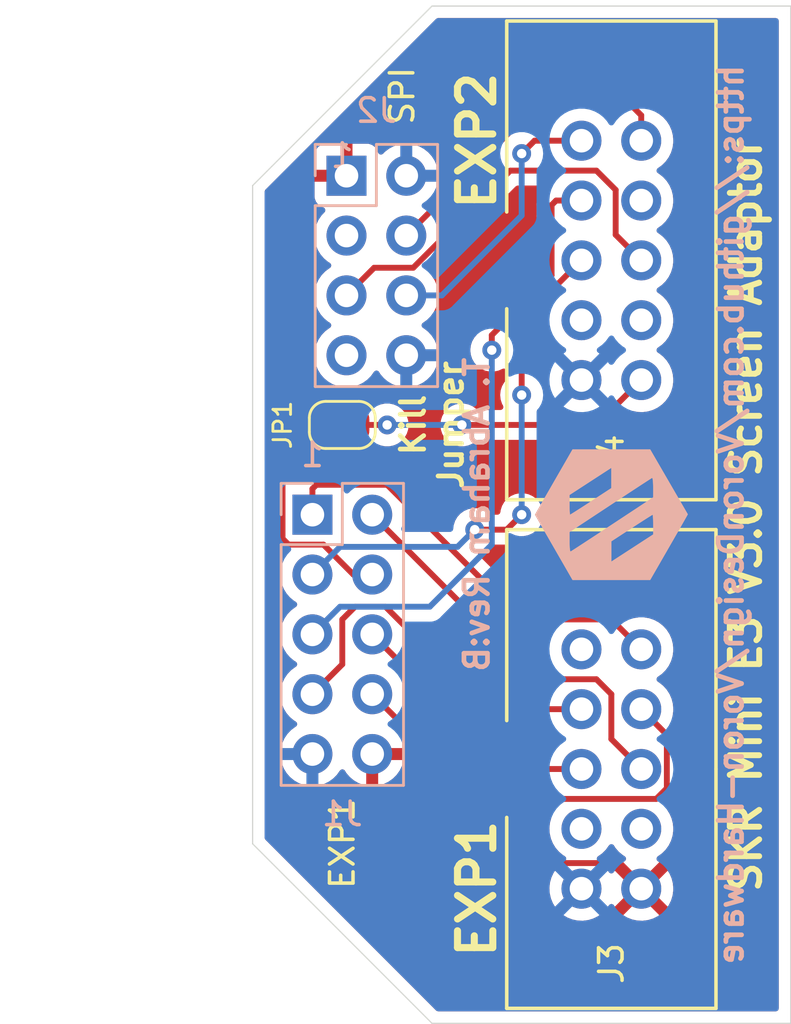
<source format=kicad_pcb>
(kicad_pcb (version 20211014) (generator pcbnew)
  (layers (0 "F.Cu" signal) (31 "B.Cu" signal) (34 "B.Paste" user) (35 "F.Paste" user) (36 "B.SilkS" user "B.Silkscreen") (37 "F.SilkS" user "F.Silkscreen") (38 "B.Mask" user) (39 "F.Mask" user) (44 "Edge.Cuts" user))
  (net 0 "")
  (net 1 "/+5V")
  (net 2 "/GND")
  (net 3 "/PB15")
  (net 4 "/PB8")
  (net 5 "/PB9")
  (net 6 "/PA10")
  (net 7 "/RST")
  (net 8 "/PA9")
  (net 9 "/PA15")
  (net 10 "/PB5")
  (net 11 "/MOSI")
  (net 12 "/SCK")
  (net 13 "/MISO")
  (net 14 "/Kill")
  (net 15 "/CS")
  (net 16 "/3V3")
  (net 19 "/Beep")
  (footprint "Library:Shrouded_2x5_pin_header" (layer "F.Cu") (at 138.43 117.475 -90)
    (fp_text reference "J3" (at 8.255 0 90) (layer "F.SilkS"))
    (fp_text value "Screen_EXP1")
    (fp_line (start 10.16 -4.445) (end 10.16 4.445) (layer "F.SilkS") (width 0.15))
    (fp_line (start -2.055 4.445) (end -10.16 4.445) (layer "F.SilkS") (width 0.15))
    (fp_line (start 0 -4.445) (end -10.16 -4.445) (layer "F.SilkS") (width 0.15))
    (fp_line (start 10.16 4.445) (end 2.055 4.445) (layer "F.SilkS") (width 0.15))
    (fp_line (start 0 -4.445) (end 10.16 -4.445) (layer "F.SilkS") (width 0.15))
    (fp_line (start -10.16 4.445) (end -10.16 -4.445) (layer "F.SilkS") (width 0.15))
    (pad "1" thru_hole circle (at -5.08 1.27 270) (size 1.7 1.7) (drill 1) (layers *.Cu *.Mask) (net 19 "/Beep"))
    (pad "2" thru_hole circle (at -5.08 -1.27 270) (size 1.7 1.7) (drill 1) (layers *.Cu *.Mask) (net 10 "/PB5"))
    (pad "3" thru_hole circle (at -2.54 1.27 270) (size 1.7 1.7) (drill 1) (layers *.Cu *.Mask) (net 4 "/PB8"))
    (pad "4" thru_hole circle (at -2.54 -1.27 270) (size 1.7 1.7) (drill 1) (layers *.Cu *.Mask) (net 3 "/PB15"))
    (pad "5" thru_hole circle (at 0 1.27 270) (size 1.7 1.7) (drill 1) (layers *.Cu *.Mask) (net 5 "/PB9"))
    (pad "6" thru_hole circle (at 0 -1.27 270) (size 1.7 1.7) (drill 1) (layers *.Cu *.Mask) (net 9 "/PA15"))
    (pad "7" thru_hole circle (at 2.54 1.27 270) (size 1.7 1.7) (drill 1) (layers *.Cu *.Mask))
    (pad "8" thru_hole circle (at 2.54 -1.27 270) (size 1.7 1.7) (drill 1) (layers *.Cu *.Mask))
    (pad "9" thru_hole circle (at 5.08 1.27 270) (size 1.7 1.7) (drill 1) (layers *.Cu *.Mask) (net 2 "/GND"))
    (pad "10" thru_hole circle (at 5.08 -1.27 270) (size 1.7 1.7) (drill 1) (layers *.Cu *.Mask) (net 1 "/+5V"))
  )
  (footprint "Library:Shrouded_2x5_pin_header" (layer "F.Cu") (at 138.43 95.885 -90)
    (fp_text reference "J4" (at 8.255 0 90) (layer "F.SilkS"))
    (fp_text value "Screen_EXP2")
    (fp_line (start 0 -4.445) (end -10.16 -4.445) (layer "F.SilkS") (width 0.15))
    (fp_line (start 0 -4.445) (end 10.16 -4.445) (layer "F.SilkS") (width 0.15))
    (fp_line (start -2.055 4.445) (end -10.16 4.445) (layer "F.SilkS") (width 0.15))
    (fp_line (start 10.16 4.445) (end 2.055 4.445) (layer "F.SilkS") (width 0.15))
    (fp_line (start 10.16 -4.445) (end 10.16 4.445) (layer "F.SilkS") (width 0.15))
    (fp_line (start -10.16 4.445) (end -10.16 -4.445) (layer "F.SilkS") (width 0.15))
    (pad "1" thru_hole circle (at -5.08 1.27 270) (size 1.7 1.7) (drill 1) (layers *.Cu *.Mask) (net 13 "/MISO"))
    (pad "2" thru_hole circle (at -5.08 -1.27 270) (size 1.7 1.7) (drill 1) (layers *.Cu *.Mask) (net 12 "/SCK"))
    (pad "3" thru_hole circle (at -2.54 1.27 270) (size 1.7 1.7) (drill 1) (layers *.Cu *.Mask) (net 6 "/PA10"))
    (pad "4" thru_hole circle (at -2.54 -1.27 270) (size 1.7 1.7) (drill 1) (layers *.Cu *.Mask))
    (pad "5" thru_hole circle (at 0 1.27 270) (size 1.7 1.7) (drill 1) (layers *.Cu *.Mask) (net 8 "/PA9"))
    (pad "6" thru_hole circle (at 0 -1.27 270) (size 1.7 1.7) (drill 1) (layers *.Cu *.Mask) (net 11 "/MOSI"))
    (pad "7" thru_hole circle (at 2.54 1.27 270) (size 1.7 1.7) (drill 1) (layers *.Cu *.Mask))
    (pad "8" thru_hole circle (at 2.54 -1.27 270) (size 1.7 1.7) (drill 1) (layers *.Cu *.Mask))
    (pad "9" thru_hole circle (at 5.08 1.27 270) (size 1.7 1.7) (drill 1) (layers *.Cu *.Mask) (net 2 "/GND"))
    (pad "10" thru_hole circle (at 5.08 -1.27 270) (size 1.7 1.7) (drill 1) (layers *.Cu *.Mask) (net 14 "/Kill"))
  )
  (footprint "Jumper:SolderJumper-2_P1.3mm_Bridged_RoundedPad1.0x1.5mm" (layer "F.Cu") (at 127 102.87)
    (fp_text reference "JP1" (at -2.54 0 90) (layer "F.SilkS") (effects (font (size 0.75 0.75) (thickness 0.12))))
    (fp_text value "Jumper_NC_Small")
    (fp_poly (pts (xy 0.25 -0.3) (xy -0.25 -0.3) (xy -0.25 0.3) (xy 0.25 0.3)) (layer "F.Cu") (width 0) (fill solid))
    (fp_line (start -0.7 -1) (end 0.7 -1) (layer "F.SilkS") (width 0.12))
    (fp_line (start -1.4 0.3) (end -1.4 -0.3) (layer "F.SilkS") (width 0.12))
    (fp_line (start 0.7 1) (end -0.7 1) (layer "F.SilkS") (width 0.12))
    (fp_line (start 1.4 -0.3) (end 1.4 0.3) (layer "F.SilkS") (width 0.12))
    (fp_arc (start -0.7 1) (mid -1.194975 0.794975) (end -1.4 0.3) (layer "F.SilkS") (width 0.12))
    (fp_arc (start 0.7 -1) (mid 1.194975 -0.794975) (end 1.4 -0.3) (layer "F.SilkS") (width 0.12))
    (fp_arc (start 1.4 0.3) (mid 1.194975 0.794975) (end 0.7 1) (layer "F.SilkS") (width 0.12))
    (fp_arc (start -1.4 -0.3) (mid -1.194975 -0.794975) (end -0.7 -1) (layer "F.SilkS") (width 0.12))
    (pad "1" smd custom locked (at -0.65 0) (size 1 0.5) (layers "F.Cu" "F.Mask") (net 7 "/RST") (options (clearance outline) (anchor rect)) (primitives (gr_circle (center 0 0.25) (end 0.5 0.25) (width 0) (fill yes)) (gr_circle (center 0 -0.25) (end 0.5 -0.25) (width 0) (fill yes)) (gr_poly (pts (xy 0.5 0.75) (xy 0 0.75) (xy 0 -0.75) (xy 0.5 -0.75)) (width 0) (fill yes))))
    (pad "2" smd custom locked (at 0.65 0) (size 1 0.5) (layers "F.Cu" "F.Mask") (net 14 "/Kill") (options (clearance outline) (anchor rect)) (primitives (gr_circle (center 0 0.25) (end 0.5 0.25) (width 0) (fill yes)) (gr_circle (center 0 -0.25) (end 0.5 -0.25) (width 0) (fill yes)) (gr_poly (pts (xy 0 0.75) (xy -0.5 0.75) (xy -0.5 -0.75) (xy 0 -0.75)) (width 0) (fill yes))))
  )
  (footprint "Connector_PinSocket_2.54mm:PinSocket_2x05_P2.54mm_Vertical" (layer "B.Cu") (at 125.73 106.68 180)
    (fp_text reference "J1" (at -1.27 -12.7) (layer "B.SilkS") (effects (justify mirror)))
    (fp_text value "Board_EXP1")
    (fp_line (start -3.87 -11.49) (end 1.33 -11.49) (layer "B.SilkS") (width 0.12))
    (fp_line (start 0 1.33) (end 1.33 1.33) (layer "B.SilkS") (width 0.12))
    (fp_line (start -1.27 -1.27) (end 1.33 -1.27) (layer "B.SilkS") (width 0.12))
    (fp_line (start 1.33 1.33) (end 1.33 0) (layer "B.SilkS") (width 0.12))
    (fp_line (start -1.27 1.33) (end -1.27 -1.27) (layer "B.SilkS") (width 0.12))
    (fp_line (start 1.33 -1.27) (end 1.33 -11.49) (layer "B.SilkS") (width 0.12))
    (fp_line (start -3.87 1.33) (end -3.87 -11.49) (layer "B.SilkS") (width 0.12))
    (fp_line (start -3.87 1.33) (end -1.27 1.33) (layer "B.SilkS") (width 0.12))
    (pad "1" thru_hole rect locked (at 0 0 180) (size 1.7 1.7) (drill 1) (layers *.Cu *.Mask) (net 10 "/PB5"))
    (pad "2" thru_hole oval locked (at -2.54 0 180) (size 1.7 1.7) (drill 1) (layers *.Cu *.Mask) (net 9 "/PA15"))
    (pad "3" thru_hole oval locked (at 0 -2.54 180) (size 1.7 1.7) (drill 1) (layers *.Cu *.Mask) (net 8 "/PA9"))
    (pad "4" thru_hole oval locked (at -2.54 -2.54 180) (size 1.7 1.7) (drill 1) (layers *.Cu *.Mask) (net 7 "/RST"))
    (pad "5" thru_hole oval locked (at 0 -5.08 180) (size 1.7 1.7) (drill 1) (layers *.Cu *.Mask) (net 6 "/PA10"))
    (pad "6" thru_hole oval locked (at -2.54 -5.08 180) (size 1.7 1.7) (drill 1) (layers *.Cu *.Mask) (net 5 "/PB9"))
    (pad "7" thru_hole oval locked (at 0 -7.62 180) (size 1.7 1.7) (drill 1) (layers *.Cu *.Mask) (net 4 "/PB8"))
    (pad "8" thru_hole oval locked (at -2.54 -7.62 180) (size 1.7 1.7) (drill 1) (layers *.Cu *.Mask) (net 3 "/PB15"))
    (pad "9" thru_hole oval locked (at 0 -10.16 180) (size 1.7 1.7) (drill 1) (layers *.Cu *.Mask) (net 2 "/GND"))
    (pad "10" thru_hole oval locked (at -2.54 -10.16 180) (size 1.7 1.7) (drill 1) (layers *.Cu *.Mask) (net 1 "/+5V"))
  )
  (footprint "Connector_PinSocket_2.54mm:PinSocket_2x04_P2.54mm_Vertical" (layer "B.Cu") (at 127.178 92.292 180)
    (fp_text reference "J2" (at -1.27 2.77) (layer "B.SilkS") (effects (justify mirror)))
    (fp_text value "Board_SPI")
    (fp_line (start -1.27 -1.27) (end 1.33 -1.27) (layer "B.SilkS") (width 0.12))
    (fp_line (start -1.27 1.33) (end -1.27 -1.27) (layer "B.SilkS") (width 0.12))
    (fp_line (start 0 1.33) (end 1.33 1.33) (layer "B.SilkS") (width 0.12))
    (fp_line (start 1.33 1.33) (end 1.33 0) (layer "B.SilkS") (width 0.12))
    (fp_line (start -3.87 1.33) (end -3.87 -8.95) (layer "B.SilkS") (width 0.12))
    (fp_line (start -3.87 -8.95) (end 1.33 -8.95) (layer "B.SilkS") (width 0.12))
    (fp_line (start -3.87 1.33) (end -1.27 1.33) (layer "B.SilkS") (width 0.12))
    (fp_line (start 1.33 -1.27) (end 1.33 -8.95) (layer "B.SilkS") (width 0.12))
    (pad "1" thru_hole rect locked (at 0 0 180) (size 1.7 1.7) (drill 1) (layers *.Cu *.Mask) (net 1 "/+5V"))
    (pad "2" thru_hole oval locked (at -2.54 0 180) (size 1.7 1.7) (drill 1) (layers *.Cu *.Mask) (net 2 "/GND"))
    (pad "3" thru_hole oval locked (at 0 -2.54 180) (size 1.7 1.7) (drill 1) (layers *.Cu *.Mask) (net 15 "/CS"))
    (pad "4" thru_hole oval locked (at -2.54 -2.54 180) (size 1.7 1.7) (drill 1) (layers *.Cu *.Mask) (net 12 "/SCK"))
    (pad "5" thru_hole oval locked (at 0 -5.08 180) (size 1.7 1.7) (drill 1) (layers *.Cu *.Mask) (net 11 "/MOSI"))
    (pad "6" thru_hole oval locked (at -2.54 -5.08 180) (size 1.7 1.7) (drill 1) (layers *.Cu *.Mask) (net 13 "/MISO"))
    (pad "7" thru_hole oval locked (at 0 -7.62 180) (size 1.7 1.7) (drill 1) (layers *.Cu *.Mask) (net 16 "/3V3"))
    (pad "8" thru_hole oval locked (at -2.54 -7.62 180) (size 1.7 1.7) (drill 1) (layers *.Cu *.Mask) (net 2 "/GND"))
  )
  (footprint "TRA_KiCad_Footprints:VoronLogo_6pt5mm_silkScreen" (layer "B.Cu") (at 138.43 106.68 -90)
    (fp_text reference "G***" hide)
    (fp_text value "LOGO" hide)
    (fp_poly (pts (xy 2.7686 1.64985) (xy 2.7686 -1.649849) (xy 1.379308 -2.450524) (xy 1.039339 -2.646185) (xy 0.729012 -2.824267) (xy 0.458882 -2.978754) (xy 0.239505 -3.10363) (xy 0.081439 -3.192877) (xy -0.004761 -3.240478) (xy -0.017692 -3.24677) (xy -0.061819 -3.221166) (xy -0.183209 -3.150713) (xy -0.371255 -3.041566) (xy -0.615351 -2.899881) (xy -0.904891 -2.731815) (xy -1.229269 -2.543525) (xy -1.397 -2.446162) (xy -2.622352 -1.734876) (xy -1.566334 -1.734876) (xy -1.527559 -1.754402) (xy -1.409521 -1.769187) (xy -1.234533 -1.776891) (xy -1.159934 -1.777479) (xy -0.7366 -1.776959) (xy -0.722179 -1.755076) (xy 0 -1.755076) (xy 0.04685 -1.765563) (xy 0.171616 -1.7735) (xy 0.350623 -1.777596) (xy 0.4191 -1.777886) (xy 0.8382 -1.777772) (xy 1.3208 -1.034043) (xy 1.485838 -0.779678) (xy 1.637963 -0.545166) (xy 1.765863 -0.347951) (xy 1.858223 -0.205476) (xy 1.897288 -0.145156) (xy 1.991177 0) (xy 1.129093 0) (xy 0.564546 -0.866076) (xy 0.394034 -1.128735) (xy 0.244186 -1.361619) (xy 0.123286 -1.551683) (xy 0.039618 -1.685882) (xy 0.001465 -1.751172) (xy 0 -1.755076) (xy -0.722179 -1.755076) (xy 0.4064 -0.042603) (xy 0.654036 0.333568) (xy 0.884037 0.683745) (xy 1.09042 0.998762) (xy 1.267202 1.269449) (xy 1.408399 1.486639) (xy 1.508029 1.641163) (xy 1.560108 1.723852) (xy 1.566333 1.734877) (xy 1.527558 1.754403) (xy 1.40952 1.769188) (xy 1.234532 1.776892) (xy 1.159933 1.77748) (xy 0.7366 1.77696) (xy -0.4064 0.042604) (xy -0.654037 -0.333567) (xy -0.884038 -0.683744) (xy -1.090421 -0.998761) (xy -1.267203 -1.269448) (xy -1.4084 -1.486638) (xy -1.50803 -1.641162) (xy -1.560109 -1.723851) (xy -1.566334 -1.734876) (xy -2.622352 -1.734876) (xy -2.7686 -1.649983) (xy -2.7686 0) (xy -1.991178 0) (xy -1.129094 0) (xy -0.564547 0.866077) (xy -0.394035 1.128736) (xy -0.244187 1.36162) (xy -0.123287 1.551684) (xy -0.039619 1.685883) (xy -0.001466 1.751173) (xy 0 1.755077) (xy -0.046851 1.765564) (xy -0.171617 1.773501) (xy -0.350624 1.777597) (xy -0.4191 1.777887) (xy -0.8382 1.777773) (xy -1.3208 1.034044) (xy -1.485839 0.779679) (xy -1.637964 0.545167) (xy -1.765864 0.347952) (xy -1.858224 0.205477) (xy -1.897289 0.145157) (xy -1.991178 0) (xy -2.7686 0) (xy -2.7686 1.64985) (xy 0 3.245448) (xy 2.7686 1.64985)) (layer "B.SilkS") (width 0.01) (fill solid))
  )
  (gr_line (start 146.05 85.09) (end 146.05 128.27) (layer "Edge.Cuts") (width 0.05))
  (gr_line (start 130.81 128.27) (end 123.19 120.65) (layer "Edge.Cuts") (width 0.05))
  (gr_line (start 123.19 92.71) (end 123.19 120.65) (layer "Edge.Cuts") (width 0.05))
  (gr_line (start 146.05 85.09) (end 130.81 85.09) (layer "Edge.Cuts") (width 0.05))
  (gr_line (start 146.05 128.27) (end 130.81 128.27) (layer "Edge.Cuts") (width 0.05))
  (gr_line (start 130.81 85.09) (end 123.19 92.71) (layer "Edge.Cuts") (width 0.05))
  (gr_text "1" (at 127 91.44) (layer "B.SilkS") (effects (font (size 1 1)) (justify mirror)))
  (gr_text "https://github.com/VoronDesign/Voron-Hardware" (at 143.51 106.68 90) (layer "B.SilkS") (effects (font (size 1 1) (thickness 0.2)) (justify mirror)))
  (gr_text "T. Abraham Rev:B" (at 132.715 106.68 90) (layer "B.SilkS") (effects (font (size 1 1) (thickness 0.2)) (justify mirror)))
  (gr_text "1" (at 125.73 104.14) (layer "B.SilkS") (effects (font (size 1 1)) (justify mirror)))
  (gr_text "EXP2" (at 132.715 90.805 90) (layer "F.SilkS") (effects (font (size 1.5 1.5) (thickness 0.3))))
  (gr_text "EXP1" (at 127 120.65 90) (layer "F.SilkS") (effects (font (size 1 1))))
  (gr_text "EXP1" (at 132.715 122.555 90) (layer "F.SilkS") (effects (font (size 1.5 1.5) (thickness 0.3))))
  (gr_text "SKR Mini E3 V3.0 Screen Adaptor" (at 144.145 106.68 90) (layer "F.SilkS") (effects (font (size 1.25 1.25) (thickness 0.25))))
  (gr_text "SPI" (at 129.54 88.9 90) (layer "F.SilkS") (effects (font (size 1 1))))
  (gr_text "Kill\nJumper" (at 130.81 102.87 90) (layer "F.SilkS") (effects (font (size 1 1) (thickness 0.2))))
  (segment (start 128.27 116.84) (end 128.27 118.042081) (width 0.25) (layer "F.Cu") (net 1))
  (segment (start 138.938001 121.793001) (end 139.7 122.555) (width 0.25) (layer "F.Cu") (net 1))
  (segment (start 131.695918 121.467999) (end 138.612999 121.467999) (width 0.25) (layer "F.Cu") (net 1))
  (segment (start 138.612999 121.467999) (end 138.938001 121.793001) (width 0.25) (layer "F.Cu") (net 1))
  (segment (start 128.27 118.042081) (end 131.695918 121.467999) (width 0.25) (layer "F.Cu") (net 1))
  (segment (start 140.787001 118.292999) (end 140.787001 116.022001) (width 0.25) (layer "F.Cu") (net 3))
  (segment (start 140.787001 116.022001) (end 140.461999 115.696999) (width 0.25) (layer "F.Cu") (net 3))
  (segment (start 132.715 118.745) (end 140.335 118.745) (width 0.25) (layer "F.Cu") (net 3))
  (segment (start 140.461999 115.696999) (end 139.7 114.935) (width 0.25) (layer "F.Cu") (net 3))
  (segment (start 128.27 114.3) (end 132.715 118.745) (width 0.25) (layer "F.Cu") (net 3))
  (segment (start 140.335 118.745) (end 140.787001 118.292999) (width 0.25) (layer "F.Cu") (net 3))
  (segment (start 127 113.03) (end 125.73 114.3) (width 0.25) (layer "F.Cu") (net 4))
  (segment (start 127 111.125) (end 127 113.03) (width 0.25) (layer "F.Cu") (net 4))
  (segment (start 127.540001 110.584999) (end 127 111.125) (width 0.25) (layer "F.Cu") (net 4))
  (segment (start 133.184002 114.935) (end 128.834001 110.584999) (width 0.25) (layer "F.Cu") (net 4))
  (segment (start 128.834001 110.584999) (end 127.540001 110.584999) (width 0.25) (layer "F.Cu") (net 4))
  (segment (start 137.16 114.935) (end 133.184002 114.935) (width 0.25) (layer "F.Cu") (net 4))
  (segment (start 133.985 117.475) (end 128.27 111.76) (width 0.25) (layer "F.Cu") (net 5))
  (segment (start 137.16 117.475) (end 133.985 117.475) (width 0.25) (layer "F.Cu") (net 5))
  (segment (start 136.08237 93.345) (end 137.16 93.345) (width 0.25) (layer "F.Cu") (net 6))
  (segment (start 135.89 96.51859) (end 135.89 93.53737) (width 0.25) (layer "F.Cu") (net 6))
  (segment (start 135.89 93.53737) (end 136.08237 93.345) (width 0.25) (layer "F.Cu") (net 6))
  (segment (start 133.35 99.695) (end 133.35 99.05859) (width 0.25) (layer "F.Cu") (net 6))
  (segment (start 133.35 99.05859) (end 135.89 96.51859) (width 0.25) (layer "F.Cu") (net 6))
  (via (at 133.35 99.695) (size 0.8) (drill 0.4) (layers "F.Cu" "B.Cu") (net 6))
  (segment (start 126.579999 110.910001) (end 125.73 111.76) (width 0.25) (layer "B.Cu") (net 6))
  (segment (start 133.35 107.95141) (end 130.716411 110.584999) (width 0.25) (layer "B.Cu") (net 6))
  (segment (start 130.716411 110.584999) (end 126.905001 110.584999) (width 0.25) (layer "B.Cu") (net 6))
  (segment (start 126.905001 110.584999) (end 126.579999 110.910001) (width 0.25) (layer "B.Cu") (net 6))
  (segment (start 133.35 99.695) (end 133.35 107.95141) (width 0.25) (layer "B.Cu") (net 6))
  (segment (start 124.46 104.76) (end 126.35 102.87) (width 0.25) (layer "F.Cu") (net 7))
  (segment (start 126.199002 107.95) (end 124.714998 107.95) (width 0.25) (layer "F.Cu") (net 7))
  (segment (start 128.27 109.22) (end 127.469002 109.22) (width 0.25) (layer "F.Cu") (net 7))
  (segment (start 124.46 107.695002) (end 124.46 104.76) (width 0.25) (layer "F.Cu") (net 7))
  (segment (start 124.714998 107.95) (end 124.46 107.695002) (width 0.25) (layer "F.Cu") (net 7))
  (segment (start 127.469002 109.22) (end 126.199002 107.95) (width 0.25) (layer "F.Cu") (net 7))
  (segment (start 134.62 106.68) (end 134.62 106.68) (width 0.25) (layer "F.Cu") (net 8))
  (segment (start 132.625 107.315) (end 133.985 107.315) (width 0.25) (layer "F.Cu") (net 8))
  (segment (start 133.985 107.315) (end 134.62 106.68) (width 0.25) (layer "F.Cu") (net 8))
  (segment (start 134.62 98.425) (end 137.16 95.885) (width 0.25) (layer "F.Cu") (net 8))
  (segment (start 134.62 101.6) (end 134.62 98.425) (width 0.25) (layer "F.Cu") (net 8))
  (via (at 132.625 107.315) (size 0.8) (drill 0.4) (layers "F.Cu" "B.Cu") (net 8))
  (via (at 134.62 106.68) (size 0.8) (drill 0.4) (layers "F.Cu" "B.Cu") (net 8))
  (via (at 134.62 101.6) (size 0.8) (drill 0.4) (layers "F.Cu" "B.Cu") (net 8))
  (segment (start 134.62 106.68) (end 134.62 101.6) (width 0.25) (layer "B.Cu") (net 8))
  (segment (start 131.895001 108.044999) (end 132.625 107.315) (width 0.25) (layer "B.Cu") (net 8))
  (segment (start 125.73 109.22) (end 126.905001 108.044999) (width 0.25) (layer "B.Cu") (net 8))
  (segment (start 126.905001 108.044999) (end 131.895001 108.044999) (width 0.25) (layer "B.Cu") (net 8))
  (segment (start 138.43 116.205) (end 138.43 114.3) (width 0.25) (layer "F.Cu") (net 9))
  (segment (start 139.7 117.475) (end 138.43 116.205) (width 0.25) (layer "F.Cu") (net 9))
  (segment (start 135.255 113.665) (end 128.27 106.68) (width 0.25) (layer "F.Cu") (net 9))
  (segment (start 137.795 113.665) (end 135.255 113.665) (width 0.25) (layer "F.Cu") (net 9))
  (segment (start 138.43 114.3) (end 137.795 113.665) (width 0.25) (layer "F.Cu") (net 9))
  (segment (start 125.9 105.41) (end 125.73 105.58) (width 0.25) (layer "F.Cu") (net 10))
  (segment (start 139.7 112.395) (end 138.43 111.125) (width 0.25) (layer "F.Cu") (net 10))
  (segment (start 128.905 105.41) (end 125.9 105.41) (width 0.25) (layer "F.Cu") (net 10))
  (segment (start 134.62 111.125) (end 128.905 105.41) (width 0.25) (layer "F.Cu") (net 10))
  (segment (start 138.43 111.125) (end 134.62 111.125) (width 0.25) (layer "F.Cu") (net 10))
  (segment (start 125.73 105.58) (end 125.73 106.68) (width 0.25) (layer "F.Cu") (net 10))
  (segment (start 128.352511 96.197489) (end 127.178 97.372) (width 0.25) (layer "F.Cu") (net 11))
  (segment (start 138.612999 92.892999) (end 138.612999 94.797999) (width 0.25) (layer "F.Cu") (net 11))
  (segment (start 138.612999 94.797999) (end 139.7 95.885) (width 0.25) (layer "F.Cu") (net 11))
  (segment (start 134.13601 92.075) (end 130.013521 96.197489) (width 0.25) (layer "F.Cu") (net 11))
  (segment (start 130.013521 96.197489) (end 128.352511 96.197489) (width 0.25) (layer "F.Cu") (net 11))
  (segment (start 137.795 92.075) (end 138.612999 92.892999) (width 0.25) (layer "F.Cu") (net 11))
  (segment (start 137.795 92.075) (end 134.13601 92.075) (width 0.25) (layer "F.Cu") (net 11))
  (segment (start 135.65 88.9) (end 129.718 94.832) (width 0.25) (layer "F.Cu") (net 12))
  (segment (start 129.718 94.682386) (end 129.718 94.832) (width 0.25) (layer "F.Cu") (net 12))
  (segment (start 138.87263 88.9) (end 135.65 88.9) (width 0.25) (layer "F.Cu") (net 12))
  (segment (start 139.7 89.72737) (end 138.87263 88.9) (width 0.25) (layer "F.Cu") (net 12))
  (segment (start 139.7 90.805) (end 139.7 89.72737) (width 0.25) (layer "F.Cu") (net 12))
  (segment (start 135.1655 90.805) (end 134.62 91.3505) (width 0.25) (layer "F.Cu") (net 13))
  (segment (start 137.16 90.805) (end 135.1655 90.805) (width 0.25) (layer "F.Cu") (net 13))
  (segment (start 129.673 97.028) (end 130.302 97.028) (width 0.25) (layer "F.Cu") (net 13))
  (via (at 134.62 91.3505) (size 0.8) (drill 0.4) (layers "F.Cu" "B.Cu") (net 13))
  (segment (start 134.62 93.98) (end 131.228 97.372) (width 0.25) (layer "B.Cu") (net 13))
  (segment (start 134.62 91.3505) (end 134.62 93.98) (width 0.25) (layer "B.Cu") (net 13))
  (segment (start 131.228 97.372) (end 129.718 97.372) (width 0.25) (layer "B.Cu") (net 13))
  (segment (start 132.08 102.87) (end 137.795 102.87) (width 0.25) (layer "F.Cu") (net 14))
  (segment (start 127.65 102.87) (end 128.905 102.87) (width 0.25) (layer "F.Cu") (net 14))
  (segment (start 137.795 102.87) (end 139.7 100.965) (width 0.25) (layer "F.Cu") (net 14))
  (via (at 132.08 102.87) (size 0.8) (drill 0.4) (layers "F.Cu" "B.Cu") (net 14))
  (via (at 128.905 102.87) (size 0.8) (drill 0.4) (layers "F.Cu" "B.Cu") (net 14))
  (segment (start 128.905 102.87) (end 132.08 102.87) (width 0.25) (layer "B.Cu") (net 14))
  (segment (start 127.133 99.568) (end 127.127 99.568) (width 0.25) (layer "F.Cu") (net 16))
  (zone (net 1) (net_name "/+5V") (layer "F.Cu") (connect_pads (clearance 0.508)) (min_thickness 0.254) (fill yes (thermal_gap 0.508) (thermal_bridge_width 0.508))
    (polygon (pts (xy 123.19 120.65) (xy 123.19 92.71) (xy 130.81 85.09) (xy 146.05 85.09) (xy 146.05 128.27) (xy 130.81 128.27)))
  )
  (zone (net 2) (net_name "/GND") (layer "B.Cu") (connect_pads (clearance 0.508)) (min_thickness 0.254) (fill yes (thermal_gap 0.508) (thermal_bridge_width 0.508))
    (polygon (pts (xy 123.19 120.65) (xy 123.19 92.71) (xy 130.81 85.09) (xy 146.05 85.09) (xy 146.05 128.27) (xy 130.81 128.27)))
  )
)
</source>
